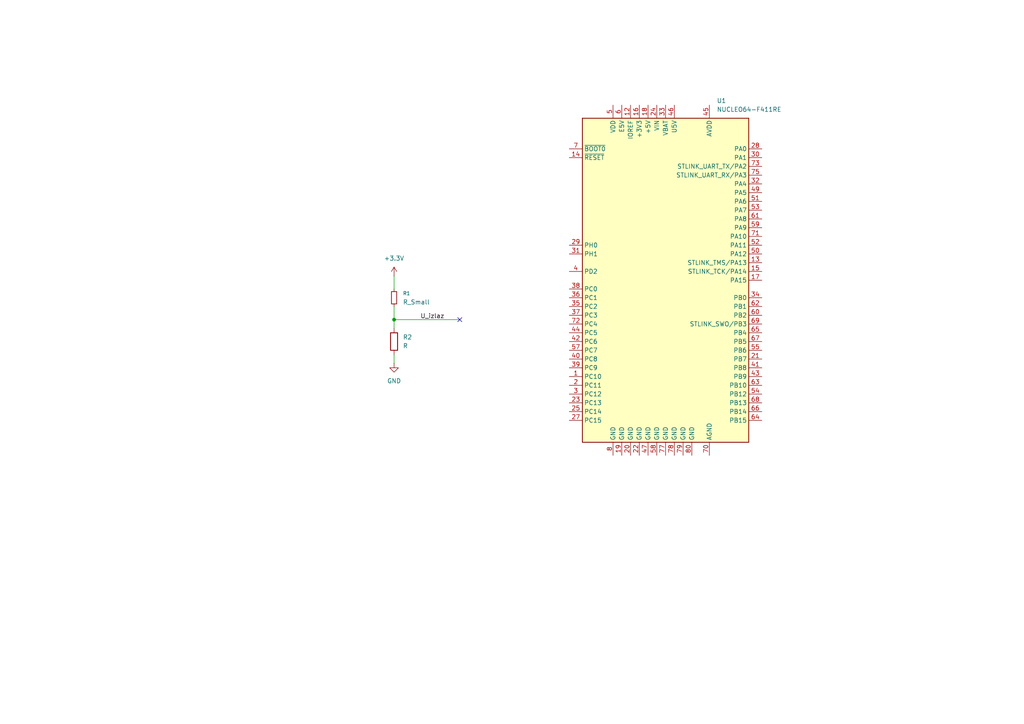
<source format=kicad_sch>
(kicad_sch (version 20250114) (generator "eeschema") (generator_version "9.0")
  (paper "A4")
  (title_block (title "BCD Brojac") (date "2025-10-21") (rev "0") (company "TVZ-Tehničko veleučilište u Zagrebu") (comment 1 "Izradio Josip Grgić"))
  (lib_symbols
    (symbol "Device:R" (pin_numbers (hide yes)) (pin_names (offset 0))
      (property "Reference" "R" (at 2.032 0 90))
      (property "Value" "R" (at 0 0 90))
      (symbol "R_0_1"
        (rectangle (start -1.016 -2.54) (end 1.016 2.54) (stroke (width 0.254)))
      )
      (symbol "R_1_1"
        (pin passive line (at 0 3.81 270) (length 1.27) (name "~") (number "1"))
        (pin passive line (at 0 -3.81 90) (length 1.27) (name "~") (number "2"))
      )
    )
    (symbol "Device:R_Small" (pin_numbers (hide yes)) (pin_names (offset 0.254) (hide yes))
      (property "Reference" "R" (at 0 0 90))
      (property "Value" "R_Small" (at 1.778 0 90))
      (symbol "R_Small_0_1"
        (rectangle (start -0.762 1.778) (end 0.762 -1.778) (stroke (width 0.2032)))
      )
      (symbol "R_Small_1_1"
        (pin passive line (at 0 2.54 270) (length 0.762) (name "~") (number "1"))
        (pin passive line (at 0 -2.54 90) (length 0.762) (name "~") (number "2"))
      )
    )
    (symbol "MCU_Module:NUCLEO64-F411RE"
      (property "Reference" "U" (at -17.78 50.165 0))
      (property "Value" "NUCLEO64-F411RE" (at -17.78 48.26 0))
      (symbol "NUCLEO64-F411RE_0_1"
        (rectangle (start -24.13 -46.99) (end 24.13 46.99) (stroke (width 0.254)) (fill (type background)))
      )
      (symbol "NUCLEO64-F411RE_1_1"
        (pin input line (at -27.94 38.1 0) (length 3.81) (name "~{BOOT0}") (number "7"))
        (pin input line (at -27.94 35.56 0) (length 3.81) (name "~{RESET}") (number "14"))
        (pin bidirectional line (at -27.94 10.16 0) (length 3.81) (name "PH0") (number "29"))
        (pin bidirectional line (at -27.94 7.62 0) (length 3.81) (name "PH1") (number "31"))
        (pin bidirectional line (at -27.94 2.54 0) (length 3.81) (name "PD2") (number "4"))
        (pin bidirectional line (at -27.94 -2.54 0) (length 3.81) (name "PC0") (number "38"))
        (pin bidirectional line (at -27.94 -5.08 0) (length 3.81) (name "PC1") (number "36"))
        (pin bidirectional line (at -27.94 -7.62 0) (length 3.81) (name "PC2") (number "35"))
        (pin bidirectional line (at -27.94 -10.16 0) (length 3.81) (name "PC3") (number "37"))
        (pin bidirectional line (at -27.94 -12.7 0) (length 3.81) (name "PC4") (number "72"))
        (pin bidirectional line (at -27.94 -15.24 0) (length 3.81) (name "PC5") (number "44"))
        (pin bidirectional line (at -27.94 -17.78 0) (length 3.81) (name "PC6") (number "42"))
        (pin bidirectional line (at -27.94 -20.32 0) (length 3.81) (name "PC7") (number "57"))
        (pin bidirectional line (at -27.94 -22.86 0) (length 3.81) (name "PC8") (number "40"))
        (pin bidirectional line (at -27.94 -25.4 0) (length 3.81) (name "PC9") (number "39"))
        (pin bidirectional line (at -27.94 -27.94 0) (length 3.81) (name "PC10") (number "1"))
        (pin bidirectional line (at -27.94 -30.48 0) (length 3.81) (name "PC11") (number "2"))
        (pin bidirectional line (at -27.94 -33.02 0) (length 3.81) (name "PC12") (number "3"))
        (pin bidirectional line (at -27.94 -35.56 0) (length 3.81) (name "PC13") (number "23"))
        (pin bidirectional line (at -27.94 -38.1 0) (length 3.81) (name "PC14") (number "25"))
        (pin bidirectional line (at -27.94 -40.64 0) (length 3.81) (name "PC15") (number "27"))
        (pin no_connect line (at -24.13 33.02 0) (length 3.81) (hide yes) (name "NC") (number "56"))
        (pin no_connect line (at -24.13 30.48 0) (length 3.81) (hide yes) (name "NC") (number "74"))
        (pin no_connect line (at -24.13 27.94 0) (length 3.81) (hide yes) (name "NC") (number "76"))
        (pin no_connect line (at -24.13 25.4 0) (length 3.81) (hide yes) (name "NC") (number "48"))
        (pin no_connect line (at -24.13 22.86 0) (length 3.81) (hide yes) (name "NC") (number "26"))
        (pin no_connect line (at -24.13 20.32 0) (length 3.81) (hide yes) (name "NC") (number "10"))
        (pin no_connect line (at -24.13 17.78 0) (length 3.81) (hide yes) (name "NC") (number "9"))
        (pin no_connect line (at -24.13 15.24 0) (length 3.81) (hide yes) (name "NC") (number "11"))
        (pin power_in line (at -15.24 50.8 270) (length 3.81) (name "VDD") (number "5"))
        (pin power_in line (at -15.24 -50.8 90) (length 3.81) (name "GND") (number "8"))
        (pin power_in line (at -12.7 50.8 270) (length 3.81) (name "E5V") (number "6"))
        (pin power_in line (at -12.7 -50.8 90) (length 3.81) (name "GND") (number "19"))
        (pin power_in line (at -10.16 50.8 270) (length 3.81) (name "IOREF") (number "12"))
        (pin power_in line (at -10.16 -50.8 90) (length 3.81) (name "GND") (number "20"))
        (pin power_in line (at -7.62 50.8 270) (length 3.81) (name "+3V3") (number "16"))
        (pin power_in line (at -7.62 -50.8 90) (length 3.81) (name "GND") (number "22"))
        (pin power_in line (at -5.08 50.8 270) (length 3.81) (name "+5V") (number "18"))
        (pin power_in line (at -5.08 -50.8 90) (length 3.81) (name "GND") (number "47"))
        (pin power_in line (at -2.54 50.8 270) (length 3.81) (name "VIN") (number "24"))
        (pin power_in line (at -2.54 -50.8 90) (length 3.81) (name "GND") (number "58"))
        (pin power_in line (at 0 50.8 270) (length 3.81) (name "VBAT") (number "33"))
        (pin power_in line (at 0 -50.8 90) (length 3.81) (name "GND") (number "77"))
        (pin power_in line (at 2.54 50.8 270) (length 3.81) (name "U5V") (number "46"))
        (pin power_in line (at 2.54 -50.8 90) (length 3.81) (name "GND") (number "78"))
        (pin power_in line (at 5.08 -50.8 90) (length 3.81) (name "GND") (number "79"))
        (pin power_in line (at 7.62 -50.8 90) (length 3.81) (name "GND") (number "80"))
        (pin power_in line (at 12.7 50.8 270) (length 3.81) (name "AVDD") (number "45"))
        (pin power_in line (at 12.7 -50.8 90) (length 3.81) (name "AGND") (number "70"))
        (pin bidirectional line (at 27.94 38.1 180) (length 3.81) (name "PA0") (number "28"))
        (pin bidirectional line (at 27.94 35.56 180) (length 3.81) (name "PA1") (number "30"))
        (pin bidirectional line (at 27.94 33.02 180) (length 3.81) (name "STLINK_UART_TX/PA2") (number "73"))
        (pin bidirectional line (at 27.94 30.48 180) (length 3.81) (name "STLINK_UART_RX/PA3") (number "75"))
        (pin bidirectional line (at 27.94 27.94 180) (length 3.81) (name "PA4") (number "32"))
        (pin bidirectional line (at 27.94 25.4 180) (length 3.81) (name "PA5") (number "49"))
        (pin bidirectional line (at 27.94 22.86 180) (length 3.81) (name "PA6") (number "51"))
        (pin bidirectional line (at 27.94 20.32 180) (length 3.81) (name "PA7") (number "53"))
        (pin bidirectional line (at 27.94 17.78 180) (length 3.81) (name "PA8") (number "61"))
        (pin bidirectional line (at 27.94 15.24 180) (length 3.81) (name "PA9") (number "59"))
        (pin bidirectional line (at 27.94 12.7 180) (length 3.81) (name "PA10") (number "71"))
        (pin bidirectional line (at 27.94 10.16 180) (length 3.81) (name "PA11") (number "52"))
        (pin bidirectional line (at 27.94 7.62 180) (length 3.81) (name "PA12") (number "50"))
        (pin bidirectional line (at 27.94 5.08 180) (length 3.81) (name "STLINK_TMS/PA13") (number "13"))
        (pin bidirectional line (at 27.94 2.54 180) (length 3.81) (name "STLINK_TCK/PA14") (number "15"))
        (pin bidirectional line (at 27.94 0 180) (length 3.81) (name "PA15") (number "17"))
        (pin bidirectional line (at 27.94 -5.08 180) (length 3.81) (name "PB0") (number "34"))
        (pin bidirectional line (at 27.94 -7.62 180) (length 3.81) (name "PB1") (number "62"))
        (pin bidirectional line (at 27.94 -10.16 180) (length 3.81) (name "PB2") (number "60"))
        (pin bidirectional line (at 27.94 -12.7 180) (length 3.81) (name "STLINK_SWO/PB3") (number "69"))
        (pin bidirectional line (at 27.94 -15.24 180) (length 3.81) (name "PB4") (number "65"))
        (pin bidirectional line (at 27.94 -17.78 180) (length 3.81) (name "PB5") (number "67"))
        (pin bidirectional line (at 27.94 -20.32 180) (length 3.81) (name "PB6") (number "55"))
        (pin bidirectional line (at 27.94 -22.86 180) (length 3.81) (name "PB7") (number "21"))
        (pin bidirectional line (at 27.94 -25.4 180) (length 3.81) (name "PB8") (number "41"))
        (pin bidirectional line (at 27.94 -27.94 180) (length 3.81) (name "PB9") (number "43"))
        (pin bidirectional line (at 27.94 -30.48 180) (length 3.81) (name "PB10") (number "63"))
        (pin bidirectional line (at 27.94 -33.02 180) (length 3.81) (name "PB12") (number "54"))
        (pin bidirectional line (at 27.94 -35.56 180) (length 3.81) (name "PB13") (number "68"))
        (pin bidirectional line (at 27.94 -38.1 180) (length 3.81) (name "PB14") (number "66"))
        (pin bidirectional line (at 27.94 -40.64 180) (length 3.81) (name "PB15") (number "64"))
      )
    )
    (symbol "power:+3.3V" (power) (pin_numbers (hide yes)) (pin_names (offset 0) (hide yes))
      (property "Value" "+3.3V" (at 0 3.556 0))
      (symbol "+3.3V_0_1"
        (polyline (pts (xy -0.762 1.27) (xy 0 2.54)))
        (polyline (pts (xy 0 2.54) (xy 0.762 1.27)))
        (polyline (pts (xy 0 0) (xy 0 2.54)))
      )
      (symbol "+3.3V_1_1"
        (pin power_in line (at 0 0 90) (length 0) (name "~") (number "1"))
      )
    )
    (symbol "power:GND" (power) (pin_numbers (hide yes)) (pin_names (offset 0) (hide yes))
      (property "Value" "GND" (at 0 -3.81 0))
      (symbol "GND_0_1"
        (polyline (pts (xy 0 0) (xy 0 -1.27) (xy 1.27 -1.27) (xy 0 -2.54) (xy -1.27 -1.27) (xy 0 -1.27)))
      )
      (symbol "GND_1_1"
        (pin power_in line (at 0 0 270) (length 0) (name "~") (number "1"))
      )
    )
  )
  (junction (at 114.3 92.71))
  (no_connect (at 133.35 92.71))
  (wire (pts (xy 114.3 92.71) (xy 114.3 95.25)))
  (wire (pts (xy 114.3 92.71) (xy 133.35 92.71)))
  (wire (pts (xy 114.3 102.87) (xy 114.3 105.41)))
  (wire (pts (xy 114.3 88.9) (xy 114.3 92.71)))
  (wire (pts (xy 114.3 80.01) (xy 114.3 83.82)))
  (label "U_izlaz" (at 121.92 92.71 0))
  (symbol (lib_id "Device:R") (at 114.3 99.06 180) (unit 1)
    (property "Reference" "R2" (at 116.84 97.7899 0) (effects (justify right)))
    (property "Value" "R" (at 116.84 100.3299 0) (effects (justify right)))
    (property "Description" "Resistor" (effects (hide yes)))
  )
  (symbol (lib_id "Device:R_Small") (at 114.3 86.36 0) (unit 1)
    (property "Reference" "R1" (at 116.84 85.0899 0) (effects (font (size 1.016 1.016)) (justify left)))
    (property "Value" "R_Small" (at 116.84 87.6299 0) (effects (justify left)))
    (property "Description" "Resistor, small symbol" (effects (hide yes)))
  )
  (symbol (lib_id "power:+3.3V") (at 114.3 80.01 0) (unit 1)
    (property "Reference" "#PWR01" (effects (hide yes)))
    (property "Value" "+3.3V" (at 114.3 74.93 0))
    (property "Description" "Power symbol creates a global label with name \"+3.3V\"" (effects (hide yes)))
  )
  (symbol (lib_id "power:GND") (at 114.3 105.41 0) (unit 1)
    (property "Reference" "#PWR02" (effects (hide yes)))
    (property "Value" "GND" (at 114.3 110.49 0))
    (property "Description" "Power symbol creates a global label with name \"GND\" , ground" (effects (hide yes)))
  )
  (symbol (lib_id "MCU_Module:NUCLEO64-F411RE") (at 193.04 81.28 0) (unit 1)
    (property "Reference" "U1" (at 207.8833 29.21 0) (effects (justify left)))
    (property "Value" "NUCLEO64-F411RE" (at 207.8833 31.75 0) (effects (justify left)))
    (property "Footprint" "Module:ST_Morpho_Connector_144_STLink" (effects (hide yes)))
    (property "Datasheet" "http://www.st.com/st-web-ui/static/active/en/resource/technical/document/data_brief/DM00105918.pdf" (effects (hide yes)))
    (property "Description" "Nucleo 64 Development Board with STM32F411RET6 MCU, 128kB RAM, 512KB FLASH" (effects (hide yes)))
  )
)
</source>
